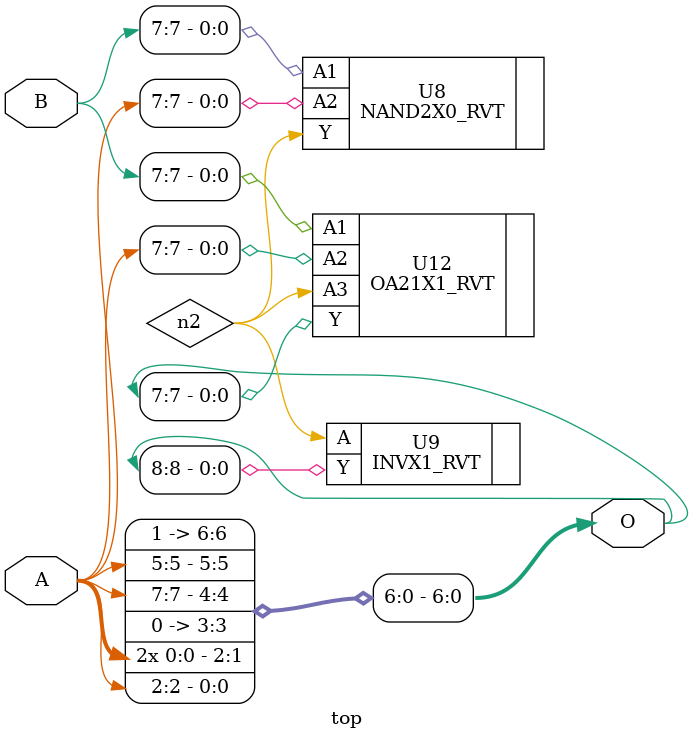
<source format=v>


module top ( A, B, O );
  input [7:0] A;
  input [7:0] B;
  output [8:0] O;
  wire   n2;
  assign O[6] = 1'b1;
  assign O[3] = 1'b0;
  assign O[5] = A[5];
  assign O[4] = A[7];
  assign O[1] = A[0];
  assign O[2] = A[0];
  assign O[0] = A[2];

  NAND2X0_RVT U8 ( .A1(B[7]), .A2(A[7]), .Y(n2) );
  INVX1_RVT U9 ( .A(n2), .Y(O[8]) );
  OA21X1_RVT U12 ( .A1(B[7]), .A2(A[7]), .A3(n2), .Y(O[7]) );
endmodule


</source>
